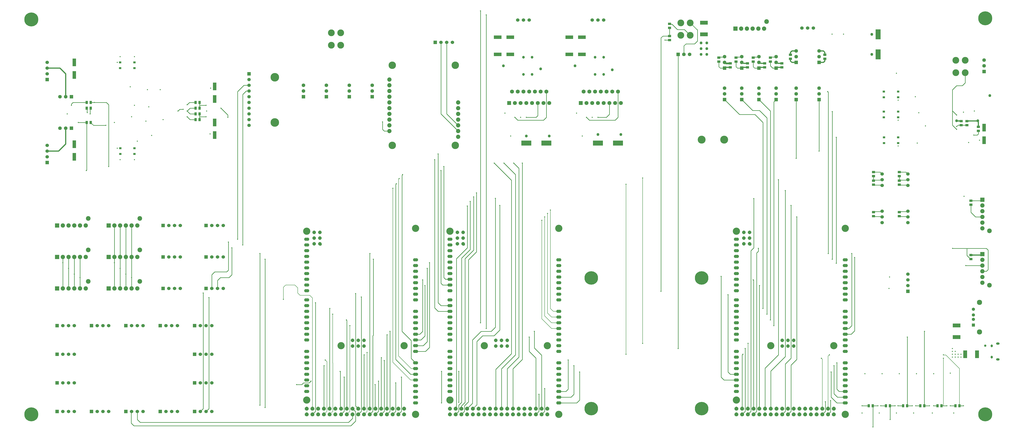
<source format=gbl>
G04*
G04 #@! TF.GenerationSoftware,Altium Limited,Altium Designer,21.6.4 (81)*
G04*
G04 Layer_Physical_Order=4*
G04 Layer_Color=16711680*
%FSLAX25Y25*%
%MOIN*%
G70*
G04*
G04 #@! TF.SameCoordinates,CD5F86C8-859A-4174-9CB5-FF9077504482*
G04*
G04*
G04 #@! TF.FilePolarity,Positive*
G04*
G01*
G75*
%ADD14C,0.01000*%
%ADD15C,0.00600*%
%ADD16C,0.02000*%
%ADD19C,0.00800*%
%ADD40R,0.05906X0.05906*%
G04:AMPARAMS|DCode=44|XSize=55mil|YSize=43mil|CornerRadius=7.96mil|HoleSize=0mil|Usage=FLASHONLY|Rotation=90.000|XOffset=0mil|YOffset=0mil|HoleType=Round|Shape=RoundedRectangle|*
%AMROUNDEDRECTD44*
21,1,0.05500,0.02709,0,0,90.0*
21,1,0.03909,0.04300,0,0,90.0*
1,1,0.01591,0.01355,0.01955*
1,1,0.01591,0.01355,-0.01955*
1,1,0.01591,-0.01355,-0.01955*
1,1,0.01591,-0.01355,0.01955*
%
%ADD44ROUNDEDRECTD44*%
G04:AMPARAMS|DCode=49|XSize=55mil|YSize=43mil|CornerRadius=7.96mil|HoleSize=0mil|Usage=FLASHONLY|Rotation=180.000|XOffset=0mil|YOffset=0mil|HoleType=Round|Shape=RoundedRectangle|*
%AMROUNDEDRECTD49*
21,1,0.05500,0.02709,0,0,180.0*
21,1,0.03909,0.04300,0,0,180.0*
1,1,0.01591,-0.01955,0.01355*
1,1,0.01591,0.01955,0.01355*
1,1,0.01591,0.01955,-0.01355*
1,1,0.01591,-0.01955,-0.01355*
%
%ADD49ROUNDEDRECTD49*%
%ADD77C,0.07000*%
%ADD78R,0.07000X0.07000*%
%ADD86C,0.06000*%
%ADD108C,0.03000*%
%ADD109C,0.05000*%
%ADD111R,0.04331X0.03543*%
%ADD112R,0.06000X0.06000*%
%ADD113C,0.08110*%
%ADD114C,0.07500*%
%ADD115R,0.07500X0.07500*%
%ADD116C,0.23622*%
%ADD117C,0.04724*%
%ADD118C,0.09055*%
%ADD119C,0.05622*%
%ADD120R,0.05622X0.05622*%
%ADD121C,0.24410*%
%ADD122C,0.11811*%
%ADD123R,0.06299X0.06299*%
%ADD124C,0.06299*%
%ADD125C,0.05906*%
%ADD126C,0.07400*%
%ADD127C,0.13000*%
G04:AMPARAMS|DCode=128|XSize=37.4mil|YSize=61.02mil|CornerRadius=18.7mil|HoleSize=0mil|Usage=FLASHONLY|Rotation=270.000|XOffset=0mil|YOffset=0mil|HoleType=Round|Shape=RoundedRectangle|*
%AMROUNDEDRECTD128*
21,1,0.03740,0.02362,0,0,270.0*
21,1,0.00000,0.06102,0,0,270.0*
1,1,0.03740,-0.01181,0.00000*
1,1,0.03740,-0.01181,0.00000*
1,1,0.03740,0.01181,0.00000*
1,1,0.03740,0.01181,0.00000*
%
%ADD128ROUNDEDRECTD128*%
G04:AMPARAMS|DCode=129|XSize=49.21mil|YSize=37.4mil|CornerRadius=18.7mil|HoleSize=0mil|Usage=FLASHONLY|Rotation=270.000|XOffset=0mil|YOffset=0mil|HoleType=Round|Shape=RoundedRectangle|*
%AMROUNDEDRECTD129*
21,1,0.04921,0.00000,0,0,270.0*
21,1,0.01181,0.03740,0,0,270.0*
1,1,0.03740,0.00000,-0.00591*
1,1,0.03740,0.00000,0.00591*
1,1,0.03740,0.00000,0.00591*
1,1,0.03740,0.00000,-0.00591*
%
%ADD129ROUNDEDRECTD129*%
%ADD130O,0.08960X0.05600*%
%ADD131C,0.12598*%
%ADD132P,0.07144X8X22.5*%
%ADD133P,0.06605X8X112.5*%
%ADD134P,0.06605X8X22.5*%
%ADD135R,0.06299X0.13780*%
%ADD136R,0.08661X0.17323*%
%ADD137C,0.13780*%
%ADD138R,0.13780X0.07008*%
%ADD139R,0.13780X0.06299*%
%ADD140R,0.17323X0.08661*%
%ADD141R,0.06299X0.06299*%
%ADD142R,0.06000X0.06000*%
%ADD143R,0.07008X0.13780*%
%ADD144R,0.07500X0.07500*%
%ADD145C,0.15000*%
%ADD146C,0.02000*%
%ADD147C,0.05000*%
%ADD148C,0.04000*%
%ADD150C,0.03200*%
D14*
X1314000Y548000D02*
X1314000Y205000D01*
X1301000Y561000D02*
X1314000Y548000D01*
X1289000Y561000D02*
X1301000D01*
X1240000Y580000D02*
X1266000Y554000D01*
X1293000D01*
X1307000Y540000D01*
X1270000Y580000D02*
X1289000Y561000D01*
X1307000Y540000D02*
X1307000Y215000D01*
X1320000Y540000D02*
Y560000D01*
X1300000Y580000D02*
X1320000Y560000D01*
X1326000Y540000D02*
Y576000D01*
X1330000Y580000D01*
X1320000Y653550D02*
X1320725Y654275D01*
X1329275D01*
X1330000Y655000D01*
X1290725Y654275D02*
X1299275D01*
X1290000Y653550D02*
X1290725Y654275D01*
X1299275D02*
X1300000Y655000D01*
X1324000Y635000D02*
X1330000D01*
X1320000Y639000D02*
X1324000Y635000D01*
X1320000Y639000D02*
Y646450D01*
X1292500Y635000D02*
X1300000D01*
X1290000Y637500D02*
X1292500Y635000D01*
X1290000Y637500D02*
Y646450D01*
X1262500Y635000D02*
X1270000D01*
X1260000Y637500D02*
Y646450D01*
Y637500D02*
X1262500Y635000D01*
X1260725Y654275D02*
X1269275D01*
X1260000Y653550D02*
X1260725Y654275D01*
X1269275D02*
X1270000Y655000D01*
X1232500Y635000D02*
X1240000D01*
X1230000Y637500D02*
X1232500Y635000D01*
X1230000Y637500D02*
Y646450D01*
X1230725Y654275D02*
X1239275D01*
X1230000Y653550D02*
X1230725Y654275D01*
X1239275D02*
X1240000Y655000D01*
X1326000Y540000D02*
X1326000Y185000D01*
X1320000Y540000D02*
X1320000Y195000D01*
X505000Y85000D02*
X515000D01*
X502000Y82000D02*
X505000Y85000D01*
X493000Y82000D02*
X502000D01*
X515000Y85000D02*
X518000Y88000D01*
X630000Y40630D02*
Y82000D01*
X606000Y35370D02*
Y235000D01*
X600630Y30000D02*
X606000Y35370D01*
X340000Y40000D02*
Y234000D01*
X335000Y35000D02*
X340000Y40000D01*
X1650000Y45000D02*
X1657000D01*
X1634000D02*
X1642821D01*
X1621049D02*
X1628000D01*
X1431000Y66000D02*
Y115000D01*
Y66000D02*
X1437000Y60000D01*
X1450630D01*
X1270630Y40000D02*
Y133630D01*
X1272000Y135000D01*
X987000Y55000D02*
Y104000D01*
X982000Y50000D02*
X987000Y55000D01*
X950630Y50000D02*
X982000D01*
X950630Y70000D02*
X963000D01*
X967000Y74000D02*
Y125000D01*
X963000Y70000D02*
X967000Y74000D01*
X745000Y220000D02*
X760630D01*
X740000Y225000D02*
Y485000D01*
Y225000D02*
X745000Y220000D01*
X678000Y448914D02*
Y449000D01*
X677000Y175000D02*
Y447914D01*
X678000Y448914D01*
X666000Y126000D02*
Y431914D01*
Y126000D02*
X692000Y100000D01*
X667000Y432914D02*
Y433000D01*
X666000Y431914D02*
X667000Y432914D01*
X204191Y14809D02*
X209000Y10000D01*
X204191Y14809D02*
Y34191D01*
X209000Y10000D02*
X587500D01*
X220000Y16000D02*
X583500D01*
X215000Y21000D02*
Y35000D01*
Y21000D02*
X220000Y16000D01*
X205000Y250000D02*
Y360000D01*
X115000Y250000D02*
Y305000D01*
X399000Y326000D02*
Y589000D01*
X405000Y595000D01*
X390000Y594000D02*
X401000Y605000D01*
X390000Y336000D02*
Y594000D01*
X1637725Y560375D02*
Y597225D01*
Y535275D02*
Y560275D01*
X1637796Y535204D02*
X1645000Y528000D01*
X1637725Y560275D02*
X1645000Y553000D01*
X1405000Y490000D02*
Y580000D01*
X1420000Y593729D02*
X1421000Y592729D01*
X1420000Y593729D02*
Y594000D01*
X1421000Y311000D02*
Y592729D01*
X1428000Y301000D02*
Y559000D01*
X1435000Y294000D02*
Y514000D01*
X868000Y136000D02*
Y439000D01*
X840630Y108630D02*
X868000Y136000D01*
X838000Y469000D02*
X868000Y439000D01*
X855000Y469000D02*
X875000Y449000D01*
X872000Y469000D02*
X881000Y460000D01*
Y130000D02*
Y460000D01*
X875000Y134000D02*
Y449000D01*
X850630Y109630D02*
X875000Y134000D01*
X643000Y528000D02*
Y541000D01*
X887000Y126000D02*
Y469000D01*
X860630Y109630D02*
X881000Y130000D01*
X840630Y40000D02*
Y108630D01*
X850630Y40000D02*
Y109630D01*
X860630Y40000D02*
Y109630D01*
X870630D02*
X887000Y126000D01*
X870630Y40000D02*
Y109630D01*
X750000Y269000D02*
Y463000D01*
X734000Y216000D02*
Y475000D01*
X165000Y463000D02*
Y571000D01*
X791000Y321000D02*
Y394000D01*
X796000Y318000D02*
Y402000D01*
X787000Y302000D02*
X802000Y317000D01*
Y410000D01*
X793000Y300000D02*
X807000Y314000D01*
Y417000D01*
X677000Y175000D02*
X693000Y159000D01*
X590630Y40000D02*
X596000Y34630D01*
Y18500D02*
Y34630D01*
X587500Y10000D02*
X596000Y18500D01*
X583500Y16000D02*
X590630Y23130D01*
Y30000D01*
X1365000Y477500D02*
Y580000D01*
X847500Y177500D02*
Y395000D01*
X837500Y167500D02*
X847500Y177500D01*
X817500Y167500D02*
X837500D01*
X807500Y157500D02*
X817500Y167500D01*
X807500Y46870D02*
Y157500D01*
X800630Y40000D02*
X807500Y46870D01*
X790630Y40000D02*
X800000Y49370D01*
Y160000D01*
X840000Y182500D02*
Y407500D01*
X832500Y175000D02*
X840000Y182500D01*
X815000Y175000D02*
X832500D01*
X800000Y160000D02*
X815000Y175000D01*
X786000Y45000D02*
X793000Y52000D01*
Y300000D01*
X780630Y44630D02*
X787000Y51000D01*
X786000Y35370D02*
Y45000D01*
X787000Y51000D02*
Y302000D01*
X429000Y46000D02*
Y311000D01*
X626000Y167550D02*
X627000Y168550D01*
Y301000D01*
X626000Y35370D02*
Y167550D01*
X620630Y40000D02*
Y310359D01*
X621000Y310729D01*
Y311000D01*
X620630Y30000D02*
X626000Y35370D01*
X438000Y42000D02*
Y301000D01*
X1436000Y74000D02*
Y120000D01*
Y74000D02*
X1440000Y70000D01*
X1498809Y8191D02*
X1499000Y8000D01*
X1498809Y8191D02*
Y44741D01*
X1528550Y45001D02*
X1528809Y44743D01*
Y21191D02*
X1529000Y21000D01*
X1528809Y21191D02*
Y44743D01*
X1589000Y174729D02*
Y175000D01*
X1588550Y45000D02*
Y174279D01*
X1589000Y174729D01*
X1558809Y164809D02*
X1559000Y165000D01*
X1558809Y45000D02*
Y164809D01*
Y45000D02*
X1567500D01*
X899000Y140000D02*
Y165000D01*
Y140000D02*
X910630Y128370D01*
Y40000D02*
Y128370D01*
X908000Y146000D02*
X920630Y133370D01*
X908000Y146000D02*
Y175000D01*
X920630Y40000D02*
Y133370D01*
X1299000Y315000D02*
Y320000D01*
X1663000D02*
X1697000D01*
X1663000Y307850D02*
Y320000D01*
X1638000D02*
X1663000D01*
X1291000Y321000D02*
Y407000D01*
X1300630Y40000D02*
Y255000D01*
X1290630Y265000D02*
X1290630Y40000D01*
X1296000Y312000D02*
X1299000Y315000D01*
X1290630Y30000D02*
X1296000Y35370D01*
Y312000D01*
X1286000Y316000D02*
X1291000Y321000D01*
X1286000Y35370D02*
Y316000D01*
X1280630Y30000D02*
X1286000Y35370D01*
X1451030Y170000D02*
X1461000D01*
X1450630D02*
X1451030D01*
X1467000Y176000D02*
Y304000D01*
X1461000Y170000D02*
X1467000Y176000D01*
X1462000Y185000D02*
Y311000D01*
X1457000Y180000D02*
X1462000Y185000D01*
X1450630Y180000D02*
X1457000D01*
X1356000Y128000D02*
Y395000D01*
X1366000Y126000D02*
Y375000D01*
X1346000Y131000D02*
Y421000D01*
X1334000Y134000D02*
Y440000D01*
X1356000Y116000D02*
X1366000Y126000D01*
X1346000Y118000D02*
X1356000Y128000D01*
Y35370D02*
Y116000D01*
X1346000Y35370D02*
Y118000D01*
X1350630Y30000D02*
X1356000Y35370D01*
X1320630Y105630D02*
X1346000Y131000D01*
X1320630Y40000D02*
Y105630D01*
X1340630Y30000D02*
X1346000Y35370D01*
X1310630Y110630D02*
X1334000Y134000D01*
X1310630Y40000D02*
Y110630D01*
X1246000Y104000D02*
Y239000D01*
Y104000D02*
X1250000Y100000D01*
X1260630D01*
X1234000Y95000D02*
X1239000Y90000D01*
X1260630D01*
X1234000Y95000D02*
Y271000D01*
X734000Y216000D02*
X740000Y210000D01*
X745000Y259000D02*
Y456000D01*
Y259000D02*
X748000Y256000D01*
X750000Y269000D02*
X753000Y266000D01*
X1129000Y245000D02*
Y688000D01*
X1159000Y145000D02*
X1159000Y659000D01*
X1129000Y688000D02*
X1132100Y691100D01*
X1136000Y684000D02*
X1144000D01*
X1276000Y35370D02*
Y145000D01*
X1270630Y30000D02*
X1276000Y35370D01*
X824000Y180000D02*
Y728000D01*
X814000Y190000D02*
Y735000D01*
X126000Y456000D02*
Y456271D01*
X126450Y456721D01*
Y540000D01*
X753000Y266000D02*
X760630D01*
X748000Y256000D02*
X760630D01*
X740000Y210000D02*
X760630D01*
X401000Y605000D02*
X410000D01*
X405000Y595000D02*
X410000D01*
X643000Y528000D02*
X646000Y525000D01*
X655000D01*
X717000Y167000D02*
Y255000D01*
X725000Y295000D02*
X725000Y147000D01*
X718000Y140000D02*
X725000Y147000D01*
X700630Y140000D02*
X718000D01*
X721000Y157000D02*
Y285000D01*
X714000Y150000D02*
X721000Y157000D01*
X700630Y150000D02*
X714000D01*
X710000Y160000D02*
X717000Y167000D01*
X700630Y160000D02*
X710000D01*
X701030Y170000D02*
X708000D01*
X713000Y175000D02*
Y265000D01*
X708000Y170000D02*
X713000Y175000D01*
X745000Y555000D02*
Y680000D01*
Y555000D02*
X775000Y525000D01*
X755000Y555000D02*
Y680000D01*
Y555000D02*
X775000Y535000D01*
X772000Y41370D02*
Y302000D01*
X791000Y321000D01*
X781000Y303000D02*
X796000Y318000D01*
X776000Y51000D02*
Y105000D01*
X781000Y51000D02*
Y303000D01*
X780630Y30000D02*
X786000Y35370D01*
X780630Y40000D02*
Y44630D01*
X776000Y46000D02*
X781000Y51000D01*
X776000Y35370D02*
Y46000D01*
X770630Y30000D02*
X776000Y35370D01*
X770630Y40000D02*
X772000Y41370D01*
X693000Y127630D02*
Y159000D01*
X692000Y100000D02*
X700630D01*
X698070Y122125D02*
Y122560D01*
X693000Y127630D02*
X698070Y122560D01*
X700195Y120000D02*
X700630D01*
X698070Y122125D02*
X700195Y120000D01*
X204191Y34191D02*
X205000Y35000D01*
X596000Y44630D02*
Y241000D01*
Y44630D02*
X600630Y40000D01*
X330000Y40000D02*
Y242000D01*
X325000Y35000D02*
X330000Y40000D01*
X380000Y274000D02*
Y321000D01*
X375000Y269000D02*
X380000Y274000D01*
X374000Y282000D02*
Y331000D01*
X371000Y279000D02*
X374000Y282000D01*
X360000Y269000D02*
X375000D01*
X355000Y250000D02*
Y264000D01*
X360000Y269000D01*
X350000Y279000D02*
X371000D01*
X345000Y274000D02*
X350000Y279000D01*
X345000Y250000D02*
Y274000D01*
X636000Y35370D02*
Y88000D01*
X630630Y30000D02*
X636000Y35370D01*
X630000Y40630D02*
X630630Y40000D01*
X576000Y35370D02*
Y95000D01*
X570630Y30000D02*
X576000Y35370D01*
X569191Y41439D02*
Y104809D01*
Y41439D02*
X570630Y40000D01*
X569000Y105000D02*
X569191Y104809D01*
X540630Y40000D02*
Y114359D01*
X541000Y114729D01*
Y115000D01*
X640809Y128102D02*
Y128809D01*
X640630Y127923D02*
X640809Y128102D01*
Y128809D02*
X641000Y129000D01*
X640630Y40000D02*
Y127923D01*
X646000Y35370D02*
Y124000D01*
X640630Y30000D02*
X646000Y35370D01*
X610630Y133359D02*
X611000Y133729D01*
Y134000D01*
X610630Y40000D02*
Y133359D01*
X656000Y35370D02*
Y175000D01*
X650630Y30000D02*
X656000Y35370D01*
X650630Y168359D02*
X651000Y168729D01*
X650630Y40000D02*
Y168359D01*
X651000Y168729D02*
Y169000D01*
X580000Y194729D02*
X580630Y194099D01*
X580000Y194729D02*
Y195000D01*
X580630Y40000D02*
Y194099D01*
X550630Y40000D02*
Y214359D01*
X551000Y214729D01*
Y215000D01*
X526000Y35370D02*
Y225000D01*
X520630Y30000D02*
X526000Y35370D01*
X1500725Y375725D02*
X1514275D01*
X1515000Y375000D01*
X1500000Y376450D02*
X1500725Y375725D01*
X1500000Y383550D02*
X1500725Y384275D01*
X1514275D02*
X1515000Y385000D01*
X1500725Y384275D02*
X1514275D01*
X1559275Y375725D02*
X1560000Y375000D01*
X1545725Y375725D02*
X1559275D01*
X1545000Y376450D02*
X1545725Y375725D01*
X1559275Y384275D02*
X1560000Y385000D01*
X1545725Y384275D02*
X1559275D01*
X1545000Y383550D02*
X1545725Y384275D01*
X972000Y60000D02*
X977000Y65000D01*
Y115000D01*
X950630Y60000D02*
X972000D01*
X1440000Y70000D02*
X1450630D01*
X1426000Y60000D02*
X1436000Y50000D01*
X1450630D01*
X1426000Y60000D02*
Y104000D01*
X746000Y50000D02*
Y105000D01*
X666000Y35370D02*
Y85000D01*
X660630Y30000D02*
X666000Y35370D01*
X676000D02*
Y95000D01*
X670630Y30000D02*
X676000Y35370D01*
X916000D02*
Y65000D01*
X926000Y35370D02*
Y75000D01*
X910630Y30000D02*
X916000Y35370D01*
X920630Y30000D02*
X926000Y35370D01*
X1425030Y34400D02*
Y53970D01*
X1425000Y54000D02*
X1425030Y53970D01*
X1420630Y30000D02*
X1425030Y34400D01*
X1410630Y30000D02*
X1416000Y35370D01*
Y52000D01*
X1498550Y45000D02*
X1498809Y44741D01*
X1588550Y45000D02*
X1588809Y44741D01*
X195000Y275000D02*
Y305000D01*
Y250000D02*
Y275000D01*
X105000D02*
Y305000D01*
Y250000D02*
Y275000D01*
X185000Y285000D02*
Y305000D01*
Y250000D02*
Y285000D01*
X95000D02*
Y305000D01*
Y250000D02*
Y285000D01*
X175000Y295000D02*
Y305000D01*
Y250000D02*
Y295000D01*
X85000D02*
Y305000D01*
Y250000D02*
Y295000D01*
X100000Y570000D02*
Y572500D01*
X102500Y575000D01*
X307000Y555000D02*
X316450D01*
X323550Y545000D02*
Y550000D01*
Y555000D01*
Y550000D02*
X335000D01*
X361000Y565000D02*
X373000Y553000D01*
Y549000D02*
Y553000D01*
X286000Y560000D02*
X289000Y563000D01*
X295000D01*
X302000Y571000D02*
X306000Y575000D01*
X302000Y560000D02*
X307000Y565000D01*
X306000Y575000D02*
X316450D01*
X307000Y565000D02*
X316450D01*
X323550Y570000D02*
Y570450D01*
Y575000D01*
Y565000D02*
Y570000D01*
Y570450D02*
X324000Y570000D01*
X335000D01*
X127309Y557691D02*
Y564141D01*
X112000Y540000D02*
X126450D01*
X127309Y557691D02*
X127500Y557500D01*
X132500Y555000D02*
X132691Y555191D01*
Y564141D01*
X133550Y565000D01*
Y539560D02*
Y540000D01*
Y539560D02*
X135178Y537932D01*
X135618D01*
X138550Y535000D01*
X160000D01*
X102500Y575000D02*
X126450D01*
Y565000D02*
X127309Y564141D01*
X133550Y575000D02*
X140000D01*
X161000D01*
X165000Y571000D01*
X302000Y550000D02*
X307000Y545000D01*
X302000Y560000D02*
X307000Y555000D01*
Y545000D02*
X316450D01*
X1132100Y691100D02*
X1144000D01*
X1670000Y383000D02*
Y396450D01*
X1669399Y301451D02*
X1670000D01*
X1500000Y453550D02*
X1511450D01*
X1515000Y450000D01*
X1500725Y439275D02*
X1514275D01*
X1515000Y440000D01*
X1500000Y438550D02*
X1500725Y439275D01*
X1500000Y438550D02*
Y446450D01*
X1514275Y430725D02*
X1515000Y430000D01*
X1500725Y430725D02*
X1514275D01*
X1500000Y431450D02*
X1500725Y430725D01*
X1556450Y453550D02*
X1560000Y450000D01*
X1545000Y453550D02*
X1556450D01*
X1545725Y439275D02*
X1559275D01*
X1545000Y438550D02*
X1545725Y439275D01*
X1559275D02*
X1560000Y440000D01*
X1545000Y438550D02*
Y446450D01*
X1559275Y430725D02*
X1560000Y430000D01*
X1545000Y431450D02*
X1545725Y430725D01*
X1559275D01*
X1670000Y383000D02*
X1678000Y375000D01*
X1690000D01*
X1688550Y403550D02*
X1690000Y405000D01*
X1670000Y403550D02*
X1688550D01*
X1663000Y307850D02*
X1669399Y301451D01*
X1661000Y290000D02*
X1690000D01*
X1697000Y320000D02*
X1700000Y317000D01*
Y283000D02*
Y317000D01*
X1697000Y280000D02*
X1700000Y283000D01*
X1690000Y280000D02*
X1697000D01*
X175000Y305000D02*
Y360000D01*
X185000Y305000D02*
Y360000D01*
X195000Y305000D02*
Y360000D01*
X1645000Y604500D02*
X1655000D01*
X1660000Y609500D01*
Y627000D01*
X1637725Y597225D02*
X1645000Y604500D01*
X1169000Y659000D02*
Y674000D01*
X1172500Y677500D01*
X1187500D01*
X1192500Y682500D01*
Y701653D01*
X1180000Y714153D02*
X1192500Y701653D01*
X1144800Y711750D02*
X1148250D01*
X1144000Y712550D02*
X1144800Y711750D01*
X1157500Y702500D02*
X1170000D01*
X1148250Y711750D02*
X1157500Y702500D01*
X1170000D02*
X1180000Y692500D01*
X1653000Y535450D02*
X1663000D01*
X1647450D02*
X1653000D01*
X1645000Y533000D02*
X1647450Y535450D01*
X1675000Y518000D02*
X1681000D01*
X1683000Y520000D01*
Y525450D01*
X929000Y549000D02*
Y594000D01*
X924000Y544000D02*
X929000Y549000D01*
X879000Y544000D02*
X924000D01*
X874000Y549000D02*
X879000Y544000D01*
X914000Y552250D02*
Y574000D01*
X894000Y549000D02*
X910750D01*
X914000Y552250D01*
X1054000Y549000D02*
Y594000D01*
X1049000Y544000D02*
X1054000Y549000D01*
X1004000Y544000D02*
X1049000D01*
X999000Y549000D02*
X1004000Y544000D01*
X1039001Y554472D02*
Y573999D01*
X1039000Y574000D02*
X1039001Y573999D01*
X1019000Y549000D02*
X1033529D01*
X1039001Y554472D01*
X1144000Y691100D02*
Y705450D01*
X1528550Y45001D02*
X1528551Y45000D01*
X1537500D01*
X1588550D02*
X1597500D01*
X1542500D02*
X1551450D01*
X1512500D02*
X1521449D01*
X1521450Y45001D01*
X1605000Y45000D02*
X1611450D01*
X1573550D02*
X1581450D01*
X1480000D02*
X1491450D01*
X1498550D02*
X1507500D01*
D15*
X773000Y525000D02*
X775000D01*
D16*
X1241450Y636450D02*
X1250000D01*
X1240000Y635000D02*
X1241450Y636450D01*
X1272613Y643550D02*
X1280000D01*
X1271163Y645000D02*
X1272613Y643550D01*
X1270000Y645000D02*
X1271163D01*
X1271450Y636450D02*
X1280000D01*
X1270000Y635000D02*
X1271450Y636450D01*
X1302613Y643550D02*
X1310000D01*
X1301163Y645000D02*
X1302613Y643550D01*
X1300000Y645000D02*
X1301163D01*
X1300000Y635000D02*
X1301450Y636450D01*
X1310000D01*
X1330000Y635000D02*
X1331450Y636450D01*
X1340000D01*
X1330000Y645000D02*
X1331163D01*
X1332613Y643550D02*
X1340000D01*
X1331163Y645000D02*
X1332613Y643550D01*
X1355039Y647461D02*
Y651450D01*
X1355000Y658550D02*
X1355028Y658578D01*
Y662528D01*
X1357500Y665000D01*
X1414972Y658578D02*
Y662528D01*
Y658578D02*
X1415000Y658550D01*
X1412500Y665000D02*
X1414972Y662528D01*
X1355039Y647461D02*
X1357500Y645000D01*
X1365000D01*
X1357500Y665000D02*
X1365000D01*
X1405000D02*
X1412500D01*
X1405000Y645000D02*
X1412500D01*
X1415000Y647500D01*
Y651450D01*
X57500Y635000D02*
X80000D01*
X90000Y625000D01*
Y585000D02*
Y625000D01*
X57500Y490000D02*
X77500D01*
X90000Y502500D01*
Y530000D01*
X1670000Y308551D02*
X1688551D01*
X1690000Y310000D01*
X1663000Y542550D02*
X1663225Y542775D01*
X1652775D02*
X1653000Y542550D01*
X1645000Y543000D02*
X1645225Y542775D01*
X1652775D01*
X1682000Y542188D02*
Y543000D01*
X1683000Y532550D02*
Y541188D01*
X1682000Y542188D02*
X1683000Y541188D01*
X1681775Y542775D02*
X1682000Y543000D01*
X1663225Y542775D02*
X1681775D01*
D19*
X698230Y180000D02*
X698630Y179600D01*
X699430D01*
X699830Y180000D02*
X700630D01*
X699430Y179600D02*
X699830Y180000D01*
X700630Y170000D02*
X701030D01*
X948230Y180000D02*
X948630Y179600D01*
X949430D01*
X949830Y180000D02*
X950630D01*
X949430Y179600D02*
X949830Y180000D01*
X950630Y170000D02*
X951030D01*
X1448230Y180000D02*
X1448630Y179600D01*
X1449430D01*
X1449830Y180000D02*
X1450630D01*
X1449430Y179600D02*
X1449830Y180000D01*
X1450630Y170000D02*
X1451030D01*
X470000Y231000D02*
Y252000D01*
X520630Y40000D02*
Y233370D01*
X499000Y238000D02*
X516000D01*
X520630Y233370D01*
X495000Y242000D02*
X499000Y238000D01*
X495000Y242000D02*
Y251000D01*
X490000Y256000D02*
X495000Y251000D01*
X470000Y252000D02*
X474000Y256000D01*
X490000D01*
X1626200Y133800D02*
X1650000Y110000D01*
Y45000D02*
Y110000D01*
X1622200Y133800D02*
X1626200D01*
X672000Y441931D02*
Y442000D01*
X671000Y132000D02*
Y440931D01*
X672000Y441931D01*
X661000Y121000D02*
X692000Y90000D01*
X700630D01*
X661000Y121000D02*
Y425000D01*
X671000Y132000D02*
X693000Y110000D01*
X921000Y197000D02*
Y369000D01*
X949430Y180000D02*
X949830D01*
X948630D02*
X949430D01*
X921000Y197000D02*
X938000Y180000D01*
X926000Y202000D02*
Y375000D01*
Y202000D02*
X938000Y190000D01*
X931000Y207000D02*
Y381000D01*
X936000Y215000D02*
Y387000D01*
X616000Y35000D02*
Y138000D01*
X611000Y30000D02*
X616000Y35000D01*
X1622000Y45951D02*
Y128000D01*
X1621049Y45000D02*
X1622000Y45951D01*
Y134000D02*
X1622200Y133800D01*
X1420630Y40000D02*
Y131630D01*
X1423000Y134000D01*
X1410630Y40000D02*
Y126370D01*
X1409000Y128000D02*
X1410630Y126370D01*
X1097000Y154000D02*
Y443000D01*
X1068000Y135000D02*
Y432000D01*
X1280630Y40000D02*
X1281000Y40370D01*
Y154000D01*
X938000Y180000D02*
X948230D01*
X938000Y190000D02*
X950630D01*
X931000Y207000D02*
X938000Y200000D01*
X950630D01*
X941000Y210000D02*
X950630D01*
X936000Y215000D02*
X941000Y210000D01*
X700630Y170000D02*
X701030D01*
X693000Y110000D02*
X700630D01*
X540630Y30000D02*
X546000Y35370D01*
Y122000D01*
X543000Y125000D02*
X546000Y122000D01*
X610630Y30000D02*
X611000D01*
X586000Y35370D02*
Y185000D01*
X580630Y30000D02*
X586000Y35370D01*
X556000Y120253D02*
X556230Y120023D01*
Y35600D02*
Y120023D01*
X556000Y120253D02*
Y205000D01*
X550630Y30000D02*
X556230Y35600D01*
D40*
X410000Y625000D02*
D03*
D44*
X316450Y565000D02*
D03*
X323550D02*
D03*
Y575000D02*
D03*
X316450D02*
D03*
X126450Y540000D02*
D03*
X133550D02*
D03*
X316450Y555000D02*
D03*
X323550D02*
D03*
Y545000D02*
D03*
X316450D02*
D03*
X133550Y565000D02*
D03*
X126450D02*
D03*
Y575000D02*
D03*
X133550D02*
D03*
X1491450Y45000D02*
D03*
X1498550D02*
D03*
X1521450Y45001D02*
D03*
X1528550D02*
D03*
X1551450Y45000D02*
D03*
X1558550D02*
D03*
X1581450D02*
D03*
X1588550D02*
D03*
X1611450Y45000D02*
D03*
X1618550D02*
D03*
X1642821Y45000D02*
D03*
X1649921D02*
D03*
D49*
X1280000Y643550D02*
D03*
Y636450D02*
D03*
X1683000Y525450D02*
D03*
Y532550D02*
D03*
X1653000Y535450D02*
D03*
Y542550D02*
D03*
X1663000D02*
D03*
Y535450D02*
D03*
X1670000Y301451D02*
D03*
Y308551D02*
D03*
X1670000Y396450D02*
D03*
Y403550D02*
D03*
X1545000Y376450D02*
D03*
Y383550D02*
D03*
X1500000Y376450D02*
D03*
Y383550D02*
D03*
X1144000Y712550D02*
D03*
Y705450D02*
D03*
Y691100D02*
D03*
Y684000D02*
D03*
X1500000Y431450D02*
D03*
Y438550D02*
D03*
Y446450D02*
D03*
Y453550D02*
D03*
X1545000Y431450D02*
D03*
Y438550D02*
D03*
Y446450D02*
D03*
Y453550D02*
D03*
X1355039Y658550D02*
D03*
Y651450D02*
D03*
X1415000D02*
D03*
Y658550D02*
D03*
X1230000Y646450D02*
D03*
Y653550D02*
D03*
X1290000Y646450D02*
D03*
Y653550D02*
D03*
X1250000Y643550D02*
D03*
Y636450D02*
D03*
X1310000Y643550D02*
D03*
Y636450D02*
D03*
X1320000Y646450D02*
D03*
Y653550D02*
D03*
X1260000Y646450D02*
D03*
Y653550D02*
D03*
X1340000Y643550D02*
D03*
Y636450D02*
D03*
D77*
X1059000Y574000D02*
D03*
X1054000Y594000D02*
D03*
X1049000Y574000D02*
D03*
X1044000Y594000D02*
D03*
X1039000Y574000D02*
D03*
X1034000Y594000D02*
D03*
X1029000Y574000D02*
D03*
X1024000Y594000D02*
D03*
X1019000Y574000D02*
D03*
X1014000Y594000D02*
D03*
X1009000Y574000D02*
D03*
X1004000Y594000D02*
D03*
X999000Y574000D02*
D03*
X994000Y594000D02*
D03*
X934000Y574000D02*
D03*
X929000Y594000D02*
D03*
X924000Y574000D02*
D03*
X919000Y594000D02*
D03*
X914000Y574000D02*
D03*
X909000Y594000D02*
D03*
X904000Y574000D02*
D03*
X899000Y594000D02*
D03*
X894000Y574000D02*
D03*
X889000Y594000D02*
D03*
X884000Y574000D02*
D03*
X879000Y594000D02*
D03*
X874000Y574000D02*
D03*
X869000Y594000D02*
D03*
D78*
X989000Y574000D02*
D03*
X864000D02*
D03*
D86*
X365000Y250000D02*
D03*
X355000D02*
D03*
X345000D02*
D03*
X1375000Y705000D02*
D03*
X1385000D02*
D03*
X1395000D02*
D03*
X57500Y480000D02*
D03*
Y490000D02*
D03*
Y500000D02*
D03*
Y645000D02*
D03*
Y635000D02*
D03*
Y625000D02*
D03*
X345000Y185000D02*
D03*
X335000D02*
D03*
X325000D02*
D03*
X85000D02*
D03*
X95000D02*
D03*
X105000D02*
D03*
X145000D02*
D03*
X155000D02*
D03*
X165000D02*
D03*
X205000D02*
D03*
X215000D02*
D03*
X225000D02*
D03*
X265000D02*
D03*
X275000D02*
D03*
X285000D02*
D03*
X325000Y135000D02*
D03*
X335000D02*
D03*
X345000D02*
D03*
X105000Y35000D02*
D03*
X95000D02*
D03*
X85000D02*
D03*
X165000D02*
D03*
X155000D02*
D03*
X145000D02*
D03*
X225000D02*
D03*
X215000D02*
D03*
X205000D02*
D03*
X285000D02*
D03*
X275000D02*
D03*
X265000D02*
D03*
X85000Y135000D02*
D03*
X95000D02*
D03*
X105000D02*
D03*
X85000Y85000D02*
D03*
X95000D02*
D03*
X105000D02*
D03*
X325000Y35000D02*
D03*
X335000D02*
D03*
X345000D02*
D03*
X325000Y85000D02*
D03*
X335000D02*
D03*
X345000D02*
D03*
X745000Y680000D02*
D03*
X755000D02*
D03*
X765000D02*
D03*
X270000Y250000D02*
D03*
X280000D02*
D03*
X290000D02*
D03*
X270000Y305000D02*
D03*
X280000D02*
D03*
X290000D02*
D03*
X270000Y360000D02*
D03*
X280000D02*
D03*
X290000D02*
D03*
X365000D02*
D03*
X355000D02*
D03*
X345000D02*
D03*
X365000Y305000D02*
D03*
X355000D02*
D03*
X345000D02*
D03*
X1009000Y719000D02*
D03*
X1019000D02*
D03*
X1029000D02*
D03*
X879000D02*
D03*
X889000D02*
D03*
X899000D02*
D03*
X1560000Y255000D02*
D03*
Y265000D02*
D03*
Y275000D02*
D03*
Y385000D02*
D03*
Y375000D02*
D03*
Y365000D02*
D03*
X1515000D02*
D03*
Y375000D02*
D03*
Y385000D02*
D03*
Y430000D02*
D03*
Y440000D02*
D03*
Y450000D02*
D03*
X1560000Y430000D02*
D03*
Y440000D02*
D03*
Y450000D02*
D03*
D108*
X1240893Y645000D02*
X1242343Y643550D01*
X1240000Y645000D02*
X1240893D01*
X1242343Y643550D02*
X1250000D01*
D109*
X533630Y328000D02*
X534130Y327500D01*
X783630Y328000D02*
X784130Y327500D01*
X1283630Y328000D02*
X1284130Y327500D01*
D111*
X209803Y635000D02*
D03*
Y645000D02*
D03*
X185000Y635000D02*
D03*
Y645000D02*
D03*
X1543000Y504000D02*
D03*
Y514000D02*
D03*
X1518197Y504000D02*
D03*
Y514000D02*
D03*
X1542803Y549000D02*
D03*
Y559000D02*
D03*
X1518000Y549000D02*
D03*
Y559000D02*
D03*
X1542803Y584000D02*
D03*
Y594000D02*
D03*
X1518000Y584000D02*
D03*
Y594000D02*
D03*
X185197Y495000D02*
D03*
Y485000D02*
D03*
X210000Y495000D02*
D03*
Y485000D02*
D03*
D112*
X335000Y250000D02*
D03*
X315000Y185000D02*
D03*
X75000D02*
D03*
X135000D02*
D03*
X195000D02*
D03*
X255000D02*
D03*
X315000Y135000D02*
D03*
X75000Y35000D02*
D03*
X135000D02*
D03*
X195000D02*
D03*
X255000D02*
D03*
X75000Y135000D02*
D03*
Y85000D02*
D03*
X315000Y35000D02*
D03*
Y85000D02*
D03*
X735000Y680000D02*
D03*
X260000Y250000D02*
D03*
Y305000D02*
D03*
Y360000D02*
D03*
X335000D02*
D03*
Y305000D02*
D03*
D113*
X129213Y317402D02*
D03*
X1702402Y255787D02*
D03*
Y350787D02*
D03*
X129213Y372402D02*
D03*
Y262402D02*
D03*
X219213Y372402D02*
D03*
Y262402D02*
D03*
X1313213Y716402D02*
D03*
X219213Y317402D02*
D03*
D114*
X125000Y305000D02*
D03*
X115000D02*
D03*
X105000D02*
D03*
X95000D02*
D03*
X85000D02*
D03*
X1690000Y300000D02*
D03*
Y290000D02*
D03*
Y280000D02*
D03*
Y270000D02*
D03*
Y260000D02*
D03*
Y355000D02*
D03*
Y365000D02*
D03*
Y375000D02*
D03*
Y385000D02*
D03*
Y395000D02*
D03*
X85000Y360000D02*
D03*
X95000D02*
D03*
X105000D02*
D03*
X115000D02*
D03*
X125000D02*
D03*
X85000Y250000D02*
D03*
X95000D02*
D03*
X105000D02*
D03*
X115000D02*
D03*
X125000D02*
D03*
X215000Y360000D02*
D03*
X205000D02*
D03*
X195000D02*
D03*
X185000D02*
D03*
X175000D02*
D03*
Y250000D02*
D03*
X185000D02*
D03*
X195000D02*
D03*
X205000D02*
D03*
X215000D02*
D03*
X1309000Y704000D02*
D03*
X1299000D02*
D03*
X1289000D02*
D03*
X1279000D02*
D03*
X1269000D02*
D03*
X175000Y305000D02*
D03*
X185000D02*
D03*
X195000D02*
D03*
X205000D02*
D03*
X215000D02*
D03*
D115*
X75000D02*
D03*
Y360000D02*
D03*
Y250000D02*
D03*
X165000Y360000D02*
D03*
Y250000D02*
D03*
X1259000Y704000D02*
D03*
X165000Y305000D02*
D03*
D116*
X1200000Y40000D02*
D03*
Y268347D02*
D03*
X1007087Y40000D02*
D03*
Y268347D02*
D03*
D117*
X1014000Y624000D02*
D03*
Y654000D02*
D03*
X1029000Y624000D02*
D03*
Y654000D02*
D03*
X904000Y624000D02*
D03*
Y654000D02*
D03*
X889000Y624000D02*
D03*
Y654000D02*
D03*
D118*
X1685039Y225866D02*
D03*
Y174134D02*
D03*
D119*
X1674370Y213779D02*
D03*
Y203937D02*
D03*
Y196063D02*
D03*
D120*
Y186221D02*
D03*
D121*
X30000Y30000D02*
D03*
Y720000D02*
D03*
X1695000Y722000D02*
D03*
Y30000D02*
D03*
D122*
X553465Y696654D02*
D03*
X570000D02*
D03*
Y675000D02*
D03*
X553465D02*
D03*
X1163465Y714153D02*
D03*
X1180000D02*
D03*
Y692500D02*
D03*
X1163465D02*
D03*
X1643465Y648654D02*
D03*
X1660000D02*
D03*
Y627000D02*
D03*
X1643465D02*
D03*
D123*
X1270000Y635000D02*
D03*
Y580000D02*
D03*
X1693000Y629000D02*
D03*
X1365000Y645000D02*
D03*
X1405000D02*
D03*
X1365000Y580000D02*
D03*
X1405000D02*
D03*
X545000Y585000D02*
D03*
X585000D02*
D03*
X625000D02*
D03*
X505000D02*
D03*
X1240000Y635000D02*
D03*
X1300000D02*
D03*
X1330000D02*
D03*
X1240000Y580000D02*
D03*
X1300000D02*
D03*
X1330000D02*
D03*
D124*
X1270000Y645000D02*
D03*
Y655000D02*
D03*
Y600000D02*
D03*
Y590000D02*
D03*
X1693000Y639000D02*
D03*
Y649000D02*
D03*
X80000Y530000D02*
D03*
X90000D02*
D03*
Y585000D02*
D03*
X80000D02*
D03*
X1179000Y659000D02*
D03*
X1169000D02*
D03*
X1365000Y665000D02*
D03*
Y655000D02*
D03*
X1405000Y665000D02*
D03*
Y655000D02*
D03*
X1365000Y590000D02*
D03*
Y600000D02*
D03*
X1405000Y590000D02*
D03*
Y600000D02*
D03*
X545000Y595000D02*
D03*
Y605000D02*
D03*
X585000Y595000D02*
D03*
Y605000D02*
D03*
X625000Y595000D02*
D03*
Y605000D02*
D03*
X505000Y595000D02*
D03*
Y605000D02*
D03*
X1240000Y645000D02*
D03*
Y655000D02*
D03*
X1300000Y645000D02*
D03*
Y655000D02*
D03*
X1330000Y645000D02*
D03*
Y655000D02*
D03*
X1240000Y590000D02*
D03*
Y600000D02*
D03*
X1300000D02*
D03*
Y590000D02*
D03*
X1330000Y600000D02*
D03*
Y590000D02*
D03*
D125*
X410000Y615000D02*
D03*
Y595000D02*
D03*
Y585000D02*
D03*
Y575000D02*
D03*
Y565000D02*
D03*
Y555000D02*
D03*
Y545000D02*
D03*
Y535000D02*
D03*
Y605000D02*
D03*
D126*
X655000Y615000D02*
D03*
Y605000D02*
D03*
Y595000D02*
D03*
Y585000D02*
D03*
Y575000D02*
D03*
Y565000D02*
D03*
Y555000D02*
D03*
Y545000D02*
D03*
Y535000D02*
D03*
Y525000D02*
D03*
X775000Y515000D02*
D03*
Y525000D02*
D03*
Y535000D02*
D03*
Y545000D02*
D03*
Y555000D02*
D03*
Y565000D02*
D03*
Y575000D02*
D03*
D127*
X770000Y640000D02*
D03*
Y500000D02*
D03*
X660000Y640000D02*
D03*
Y500000D02*
D03*
D128*
X1717000Y126221D02*
D03*
Y153779D02*
D03*
D129*
X1706370Y130157D02*
D03*
Y149843D02*
D03*
D130*
X510630Y120000D02*
D03*
Y130000D02*
D03*
Y140000D02*
D03*
Y160000D02*
D03*
Y110000D02*
D03*
Y326000D02*
D03*
Y336000D02*
D03*
Y316000D02*
D03*
Y306000D02*
D03*
Y70000D02*
D03*
Y80000D02*
D03*
Y90000D02*
D03*
Y100000D02*
D03*
Y230000D02*
D03*
Y296000D02*
D03*
Y266000D02*
D03*
Y246000D02*
D03*
Y256000D02*
D03*
Y286000D02*
D03*
Y276000D02*
D03*
Y200000D02*
D03*
Y170000D02*
D03*
Y180000D02*
D03*
Y190000D02*
D03*
Y210000D02*
D03*
Y220000D02*
D03*
X700630Y300000D02*
D03*
Y290000D02*
D03*
Y280000D02*
D03*
Y270000D02*
D03*
Y260000D02*
D03*
Y250000D02*
D03*
Y240000D02*
D03*
Y230000D02*
D03*
Y120000D02*
D03*
Y140000D02*
D03*
Y210000D02*
D03*
Y190000D02*
D03*
Y160000D02*
D03*
Y180000D02*
D03*
Y170000D02*
D03*
Y150000D02*
D03*
Y200000D02*
D03*
Y110000D02*
D03*
Y100000D02*
D03*
Y90000D02*
D03*
Y80000D02*
D03*
Y70000D02*
D03*
Y60000D02*
D03*
Y50000D02*
D03*
X760630Y120000D02*
D03*
Y130000D02*
D03*
Y140000D02*
D03*
Y160000D02*
D03*
Y110000D02*
D03*
Y326000D02*
D03*
Y336000D02*
D03*
Y316000D02*
D03*
Y306000D02*
D03*
Y70000D02*
D03*
Y80000D02*
D03*
Y90000D02*
D03*
Y100000D02*
D03*
Y230000D02*
D03*
Y296000D02*
D03*
Y266000D02*
D03*
Y246000D02*
D03*
Y256000D02*
D03*
Y286000D02*
D03*
Y276000D02*
D03*
Y200000D02*
D03*
Y170000D02*
D03*
Y180000D02*
D03*
Y190000D02*
D03*
Y210000D02*
D03*
Y220000D02*
D03*
X950630Y300000D02*
D03*
Y290000D02*
D03*
Y280000D02*
D03*
Y270000D02*
D03*
Y260000D02*
D03*
Y250000D02*
D03*
Y240000D02*
D03*
Y230000D02*
D03*
Y120000D02*
D03*
Y140000D02*
D03*
Y210000D02*
D03*
Y190000D02*
D03*
Y160000D02*
D03*
Y180000D02*
D03*
Y170000D02*
D03*
Y150000D02*
D03*
Y200000D02*
D03*
Y110000D02*
D03*
Y100000D02*
D03*
Y90000D02*
D03*
Y80000D02*
D03*
Y70000D02*
D03*
Y60000D02*
D03*
Y50000D02*
D03*
X1260630Y120000D02*
D03*
Y130000D02*
D03*
Y140000D02*
D03*
Y160000D02*
D03*
Y110000D02*
D03*
Y326000D02*
D03*
Y336000D02*
D03*
Y316000D02*
D03*
Y306000D02*
D03*
Y70000D02*
D03*
Y80000D02*
D03*
Y90000D02*
D03*
Y100000D02*
D03*
Y230000D02*
D03*
Y296000D02*
D03*
Y266000D02*
D03*
Y246000D02*
D03*
Y256000D02*
D03*
Y286000D02*
D03*
Y276000D02*
D03*
Y200000D02*
D03*
Y170000D02*
D03*
Y180000D02*
D03*
Y190000D02*
D03*
Y210000D02*
D03*
Y220000D02*
D03*
X1450630Y300000D02*
D03*
Y290000D02*
D03*
Y280000D02*
D03*
Y270000D02*
D03*
Y260000D02*
D03*
Y250000D02*
D03*
Y240000D02*
D03*
Y230000D02*
D03*
Y120000D02*
D03*
Y140000D02*
D03*
Y210000D02*
D03*
Y190000D02*
D03*
Y160000D02*
D03*
Y180000D02*
D03*
Y170000D02*
D03*
Y150000D02*
D03*
Y200000D02*
D03*
Y110000D02*
D03*
Y100000D02*
D03*
Y90000D02*
D03*
Y80000D02*
D03*
Y70000D02*
D03*
Y60000D02*
D03*
Y50000D02*
D03*
D131*
X570630Y150000D02*
D03*
X510630Y55000D02*
D03*
Y350000D02*
D03*
X700630Y355000D02*
D03*
Y30000D02*
D03*
X680630Y150000D02*
D03*
X820630D02*
D03*
X760630Y55000D02*
D03*
Y350000D02*
D03*
X950630Y355000D02*
D03*
Y30000D02*
D03*
X930630Y150000D02*
D03*
X1320630D02*
D03*
X1260630Y55000D02*
D03*
Y350000D02*
D03*
X1450630Y355000D02*
D03*
Y30000D02*
D03*
X1430630Y150000D02*
D03*
D132*
X510630Y30000D02*
D03*
Y40000D02*
D03*
X560630Y30000D02*
D03*
X570630Y40000D02*
D03*
X580630D02*
D03*
Y30000D02*
D03*
X520630Y40000D02*
D03*
Y30000D02*
D03*
X530630Y40000D02*
D03*
Y30000D02*
D03*
X540630Y40000D02*
D03*
Y30000D02*
D03*
X550630Y40000D02*
D03*
Y30000D02*
D03*
X560630Y40000D02*
D03*
X570630Y30000D02*
D03*
X630630Y40000D02*
D03*
X640630D02*
D03*
Y30000D02*
D03*
X650630Y40000D02*
D03*
Y30000D02*
D03*
X660630Y40000D02*
D03*
Y30000D02*
D03*
X670630Y40000D02*
D03*
Y30000D02*
D03*
X680630Y40000D02*
D03*
Y30000D02*
D03*
X630630D02*
D03*
X590630Y40000D02*
D03*
Y30000D02*
D03*
X600630Y40000D02*
D03*
Y30000D02*
D03*
X610630Y40000D02*
D03*
Y30000D02*
D03*
X620630Y40000D02*
D03*
Y30000D02*
D03*
X760630D02*
D03*
Y40000D02*
D03*
X810630Y30000D02*
D03*
X820630Y40000D02*
D03*
X830630D02*
D03*
Y30000D02*
D03*
X770630Y40000D02*
D03*
Y30000D02*
D03*
X780630Y40000D02*
D03*
Y30000D02*
D03*
X790630Y40000D02*
D03*
Y30000D02*
D03*
X800630Y40000D02*
D03*
Y30000D02*
D03*
X810630Y40000D02*
D03*
X820630Y30000D02*
D03*
X880630Y40000D02*
D03*
X890630D02*
D03*
Y30000D02*
D03*
X900630Y40000D02*
D03*
Y30000D02*
D03*
X910630Y40000D02*
D03*
Y30000D02*
D03*
X920630Y40000D02*
D03*
Y30000D02*
D03*
X930630Y40000D02*
D03*
Y30000D02*
D03*
X880630D02*
D03*
X840630Y40000D02*
D03*
Y30000D02*
D03*
X850630Y40000D02*
D03*
Y30000D02*
D03*
X860630Y40000D02*
D03*
Y30000D02*
D03*
X870630Y40000D02*
D03*
Y30000D02*
D03*
X1260630D02*
D03*
Y40000D02*
D03*
X1310630Y30000D02*
D03*
X1320630Y40000D02*
D03*
X1330630D02*
D03*
Y30000D02*
D03*
X1270630Y40000D02*
D03*
Y30000D02*
D03*
X1280630Y40000D02*
D03*
Y30000D02*
D03*
X1290630Y40000D02*
D03*
Y30000D02*
D03*
X1300630Y40000D02*
D03*
Y30000D02*
D03*
X1310630Y40000D02*
D03*
X1320630Y30000D02*
D03*
X1380630Y40000D02*
D03*
X1390630D02*
D03*
Y30000D02*
D03*
X1400630Y40000D02*
D03*
Y30000D02*
D03*
X1410630Y40000D02*
D03*
Y30000D02*
D03*
X1420630Y40000D02*
D03*
Y30000D02*
D03*
X1430630Y40000D02*
D03*
Y30000D02*
D03*
X1380630D02*
D03*
X1340630Y40000D02*
D03*
Y30000D02*
D03*
X1350630Y40000D02*
D03*
Y30000D02*
D03*
X1360630Y40000D02*
D03*
Y30000D02*
D03*
X1370630Y40000D02*
D03*
Y30000D02*
D03*
D133*
X533630Y328000D02*
D03*
X523630Y338000D02*
D03*
X533630D02*
D03*
X523630Y348000D02*
D03*
X533630D02*
D03*
X523630Y328000D02*
D03*
X783630D02*
D03*
X773630Y338000D02*
D03*
X783630D02*
D03*
X773630Y348000D02*
D03*
X783630D02*
D03*
X773630Y328000D02*
D03*
X1283630D02*
D03*
X1273630Y338000D02*
D03*
X1283630D02*
D03*
X1273630Y348000D02*
D03*
X1283630D02*
D03*
X1273630Y328000D02*
D03*
D134*
X590630Y159500D02*
D03*
Y149500D02*
D03*
X600630Y159500D02*
D03*
Y149500D02*
D03*
X610630D02*
D03*
Y159500D02*
D03*
X840630D02*
D03*
Y149500D02*
D03*
X850630Y159500D02*
D03*
Y149500D02*
D03*
X860630D02*
D03*
Y159500D02*
D03*
X1340630D02*
D03*
Y149500D02*
D03*
X1350630Y159500D02*
D03*
Y149500D02*
D03*
X1360630D02*
D03*
Y159500D02*
D03*
D135*
X350000Y517953D02*
D03*
Y540000D02*
D03*
X1693000Y509000D02*
D03*
Y531047D02*
D03*
X350000Y603000D02*
D03*
Y580953D02*
D03*
X105000Y645000D02*
D03*
Y622953D02*
D03*
Y502047D02*
D03*
Y480000D02*
D03*
D136*
X1508000Y659000D02*
D03*
Y694039D02*
D03*
D137*
X1200000Y510000D02*
D03*
X1239370D02*
D03*
D138*
X1645000Y185591D02*
D03*
Y165000D02*
D03*
X1204000Y694000D02*
D03*
Y714591D02*
D03*
D139*
X969000Y659000D02*
D03*
X991047D02*
D03*
X844000Y689000D02*
D03*
X866047D02*
D03*
X844000Y659000D02*
D03*
X866047D02*
D03*
X969000Y689000D02*
D03*
X991047D02*
D03*
D140*
X894000Y504000D02*
D03*
X929039D02*
D03*
X1019000D02*
D03*
X1054039D02*
D03*
D141*
X100000Y530000D02*
D03*
Y585000D02*
D03*
X1159000Y659000D02*
D03*
D142*
X57500Y470000D02*
D03*
Y615000D02*
D03*
X1560000Y245000D02*
D03*
D143*
X1660000Y135000D02*
D03*
X1680591D02*
D03*
D144*
X1690000Y310000D02*
D03*
Y405000D02*
D03*
D145*
X455000Y540000D02*
D03*
Y619000D02*
D03*
D146*
X493000Y82000D02*
D03*
X630000D02*
D03*
X606000Y235000D02*
D03*
X340000Y234000D02*
D03*
X470000Y231000D02*
D03*
X1657000Y45000D02*
D03*
X1634000D02*
D03*
X1628000D02*
D03*
X205000Y269000D02*
D03*
X115000D02*
D03*
X399000Y326000D02*
D03*
X390000Y336000D02*
D03*
X1405000Y490000D02*
D03*
X1421000Y311000D02*
D03*
X1420000Y594000D02*
D03*
X1428000Y301000D02*
D03*
Y559000D02*
D03*
X1435000Y294000D02*
D03*
Y514000D02*
D03*
X838000Y469000D02*
D03*
X855000D02*
D03*
X872000D02*
D03*
X887000D02*
D03*
X643000Y541000D02*
D03*
X921000Y369000D02*
D03*
X926000Y375000D02*
D03*
X931000Y381000D02*
D03*
X936000Y387000D02*
D03*
X750000Y463000D02*
D03*
X734000Y475000D02*
D03*
X165000Y463000D02*
D03*
X791000Y394000D02*
D03*
X796000Y402000D02*
D03*
X802000Y410000D02*
D03*
X807000Y417000D02*
D03*
X672000Y442000D02*
D03*
X667000Y433000D02*
D03*
X661000Y425000D02*
D03*
X678000Y449000D02*
D03*
X1365000Y477500D02*
D03*
X847500Y395000D02*
D03*
X840000Y407500D02*
D03*
X429000Y311000D02*
D03*
X627000Y301000D02*
D03*
X621000Y311000D02*
D03*
X438000Y301000D02*
D03*
X429000Y46000D02*
D03*
X438000Y42000D02*
D03*
X1436000Y120000D02*
D03*
X1431000Y115000D02*
D03*
X1499000Y8000D02*
D03*
X1529000Y21000D02*
D03*
X1589000Y175000D02*
D03*
X1559000Y165000D02*
D03*
X899000D02*
D03*
X908000Y175000D02*
D03*
X1622000Y134000D02*
D03*
Y128000D02*
D03*
X1423000Y134000D02*
D03*
X1409000Y128000D02*
D03*
X1299000Y320000D02*
D03*
X1638000D02*
D03*
X1291000Y407000D02*
D03*
X1301000Y255000D02*
D03*
X1290000Y265000D02*
D03*
X1467000Y304000D02*
D03*
X1462000Y311000D02*
D03*
X1356000Y395000D02*
D03*
X1366000Y375000D02*
D03*
X1346000Y421000D02*
D03*
X1334000Y440000D02*
D03*
X1234000Y271000D02*
D03*
X1246000Y239000D02*
D03*
X740000Y485000D02*
D03*
X745000Y456000D02*
D03*
X1129000Y245000D02*
D03*
X1097000Y154000D02*
D03*
X1068000Y135000D02*
D03*
X1272000D02*
D03*
X1068000Y432000D02*
D03*
X1097000Y443000D02*
D03*
X1159000Y145000D02*
D03*
X1136000Y684000D02*
D03*
X1281000Y154000D02*
D03*
X1276000Y145000D02*
D03*
X1326000Y185000D02*
D03*
X1320000Y195000D02*
D03*
X1314000Y205000D02*
D03*
X1307000Y215000D02*
D03*
X824000Y180000D02*
D03*
X814000Y735000D02*
D03*
X824000Y728000D02*
D03*
X814000Y190000D02*
D03*
X126000Y456000D02*
D03*
X725000Y295000D02*
D03*
X721000Y285000D02*
D03*
X713000Y265000D02*
D03*
X717000Y255000D02*
D03*
X776000Y105000D02*
D03*
Y51000D02*
D03*
X596000Y241000D02*
D03*
X330000Y242000D02*
D03*
X380000Y321000D02*
D03*
X374000Y331000D02*
D03*
X636000Y88000D02*
D03*
X518000D02*
D03*
X576000Y95000D02*
D03*
X569000Y105000D02*
D03*
X541000Y115000D02*
D03*
X543000Y125000D02*
D03*
X641000Y129000D02*
D03*
X646000Y124000D02*
D03*
X611000Y134000D02*
D03*
X616000Y138000D02*
D03*
X656000Y175000D02*
D03*
X651000Y169000D02*
D03*
X586000Y185000D02*
D03*
X580000Y195000D02*
D03*
X551000Y215000D02*
D03*
X556000Y205000D02*
D03*
X526000Y225000D02*
D03*
X967000Y125000D02*
D03*
X1426000Y104000D02*
D03*
X977000Y115000D02*
D03*
X987000Y104000D02*
D03*
X746000Y105000D02*
D03*
Y50000D02*
D03*
X666000Y85000D02*
D03*
X676000Y95000D02*
D03*
X916000Y65000D02*
D03*
X926000Y75000D02*
D03*
X1485000Y101000D02*
D03*
X1515000D02*
D03*
X1545000D02*
D03*
X1575000D02*
D03*
X1605000D02*
D03*
X1634000Y102000D02*
D03*
X1425000Y54000D02*
D03*
X1416000Y52000D02*
D03*
X195000Y275000D02*
D03*
X185000Y285000D02*
D03*
X175000Y295000D02*
D03*
X105000Y275000D02*
D03*
X95000Y285000D02*
D03*
X85000Y295000D02*
D03*
X185000Y475000D02*
D03*
X210000D02*
D03*
X180000Y495000D02*
D03*
X160000Y535000D02*
D03*
X112000Y540000D02*
D03*
X175000D02*
D03*
X205000Y550000D02*
D03*
X132500Y555000D02*
D03*
X92500D02*
D03*
X127500Y557500D02*
D03*
X100000Y570000D02*
D03*
X140000Y575000D02*
D03*
X202500Y602500D02*
D03*
X180000Y645000D02*
D03*
X185000Y655000D02*
D03*
X215000Y507500D02*
D03*
X240000Y517500D02*
D03*
X342000Y520000D02*
D03*
X230000Y542500D02*
D03*
X260000Y545000D02*
D03*
X373000Y549000D02*
D03*
X302000Y550000D02*
D03*
X335000D02*
D03*
X286000Y560000D02*
D03*
X336000D02*
D03*
X302000D02*
D03*
X295000Y563000D02*
D03*
X361000Y565000D02*
D03*
X235000Y567500D02*
D03*
X210000Y570000D02*
D03*
X335000D02*
D03*
X302000Y571000D02*
D03*
X232500Y597500D02*
D03*
X255000D02*
D03*
X343000Y600000D02*
D03*
X210000Y655000D02*
D03*
X1540000Y626000D02*
D03*
X1658000Y411000D02*
D03*
X1661000Y290000D02*
D03*
X1527000Y250000D02*
D03*
X1528000Y270000D02*
D03*
X1427500Y694500D02*
D03*
X1447500D02*
D03*
X1543000Y544000D02*
D03*
Y499000D02*
D03*
Y579000D02*
D03*
X1576389Y504000D02*
D03*
X1590500Y534000D02*
D03*
X1579000Y557000D02*
D03*
X1573000Y585000D02*
D03*
X1645000Y553000D02*
D03*
Y533000D02*
D03*
Y528000D02*
D03*
X1666000Y505000D02*
D03*
X1657000Y558000D02*
D03*
X1676000Y560000D02*
D03*
X1675000Y518000D02*
D03*
X1685000Y509000D02*
D03*
X874000Y549000D02*
D03*
X894000D02*
D03*
X866500Y516500D02*
D03*
X856500Y556500D02*
D03*
X884000Y549000D02*
D03*
X999000D02*
D03*
X1019000D02*
D03*
X991500Y516500D02*
D03*
X981500Y556500D02*
D03*
X1009000Y549000D02*
D03*
X1597500Y45000D02*
D03*
X1567500D02*
D03*
X1537500D02*
D03*
X1542500D02*
D03*
X1512500D02*
D03*
X1605000D02*
D03*
X1602500Y32500D02*
D03*
X1573550Y45000D02*
D03*
X1480000D02*
D03*
X1507500D02*
D03*
X1637500Y145000D02*
D03*
X1642500Y140000D02*
D03*
X1637500D02*
D03*
Y130000D02*
D03*
X1642500D02*
D03*
X1647500D02*
D03*
X1652500D02*
D03*
X1637500Y135000D02*
D03*
X1642500D02*
D03*
X1647500D02*
D03*
X1652500D02*
D03*
X1640000Y32500D02*
D03*
X1570000D02*
D03*
X1540000D02*
D03*
X1510000Y32501D02*
D03*
X1480000Y32500D02*
D03*
D147*
X1682000Y543000D02*
D03*
X1645000D02*
D03*
X1497000Y694000D02*
D03*
Y659000D02*
D03*
X1703000Y587000D02*
D03*
X934000Y516500D02*
D03*
X1059000Y519000D02*
D03*
X1044000Y632250D02*
D03*
X979000Y639000D02*
D03*
X854000D02*
D03*
X919000Y633900D02*
D03*
X894000Y516500D02*
D03*
X1019000Y519000D02*
D03*
X1209000Y679000D02*
D03*
X1199000D02*
D03*
Y669000D02*
D03*
X1209000D02*
D03*
Y659000D02*
D03*
X1199000D02*
D03*
D148*
X1695000Y150000D02*
D03*
D150*
X679630Y41000D02*
X680630Y40000D01*
X929630Y41000D02*
X930630Y40000D01*
X1429630Y41000D02*
X1430630Y40000D01*
M02*

</source>
